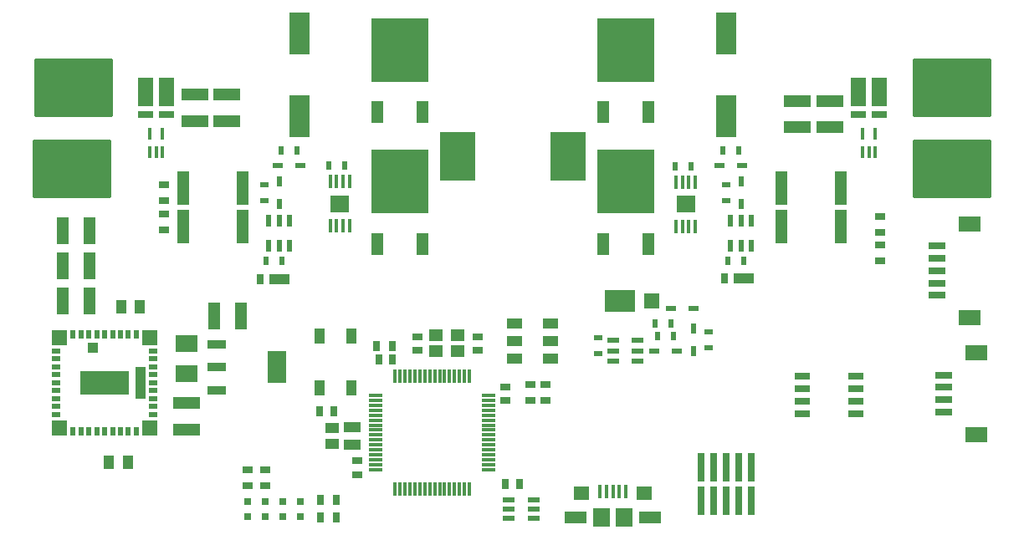
<source format=gtp>
G04*
G04 #@! TF.GenerationSoftware,Altium Limited,Altium Designer,21.0.8 (223)*
G04*
G04 Layer_Color=8421504*
%FSLAX25Y25*%
%MOIN*%
G70*
G04*
G04 #@! TF.SameCoordinates,7C19FEE0-9405-418D-A0C6-2703AC14626A*
G04*
G04*
G04 #@! TF.FilePolarity,Positive*
G04*
G01*
G75*
%ADD14R,0.12205X0.08661*%
%ADD15R,0.05906X0.05984*%
%ADD16R,0.07874X0.04331*%
%ADD17R,0.03150X0.04331*%
%ADD18R,0.01575X0.05315*%
%ADD19R,0.06299X0.05512*%
%ADD20R,0.09055X0.05118*%
%ADD21R,0.07087X0.07480*%
%ADD22R,0.10709X0.04961*%
%ADD23R,0.05886X0.11614*%
%ADD24R,0.05886X0.02756*%
G04:AMPARAMS|DCode=25|XSize=314.96mil|YSize=236.22mil|CornerRadius=11.81mil|HoleSize=0mil|Usage=FLASHONLY|Rotation=0.000|XOffset=0mil|YOffset=0mil|HoleType=Round|Shape=RoundedRectangle|*
%AMROUNDEDRECTD25*
21,1,0.31496,0.21260,0,0,0.0*
21,1,0.29134,0.23622,0,0,0.0*
1,1,0.02362,0.14567,-0.10630*
1,1,0.02362,-0.14567,-0.10630*
1,1,0.02362,-0.14567,0.10630*
1,1,0.02362,0.14567,0.10630*
%
%ADD25ROUNDEDRECTD25*%
%ADD26R,0.02126X0.03701*%
%ADD27R,0.02362X0.04921*%
%ADD28R,0.01968X0.04134*%
%ADD29R,0.03701X0.02126*%
%ADD30R,0.04134X0.01968*%
%ADD31R,0.04921X0.13189*%
%ADD32R,0.13976X0.19291*%
%ADD33R,0.06004X0.02559*%
%ADD34R,0.03937X0.03150*%
%ADD35R,0.03071X0.03858*%
%ADD36R,0.03150X0.03937*%
%ADD37R,0.04724X0.08661*%
%ADD38R,0.22835X0.25197*%
%ADD39R,0.05807X0.01181*%
%ADD40R,0.01181X0.05807*%
%ADD41R,0.07087X0.02756*%
%ADD42R,0.08661X0.06299*%
%ADD43R,0.08465X0.16929*%
%ADD44R,0.01575X0.04724*%
%ADD45R,0.01772X0.05610*%
%ADD46R,0.07402X0.06614*%
%ADD47R,0.04921X0.02362*%
%ADD48R,0.05787X0.04016*%
%ADD49R,0.06496X0.06496*%
%ADD50R,0.01968X0.03740*%
%ADD51R,0.03740X0.01968*%
%ADD52R,0.19685X0.09252*%
%ADD53R,0.04409X0.04134*%
%ADD54R,0.03937X0.12992*%
%ADD55R,0.03858X0.03071*%
%ADD56R,0.03937X0.06102*%
%ADD57R,0.05512X0.04528*%
%ADD58R,0.02559X0.11221*%
%ADD59R,0.07480X0.03543*%
%ADD60R,0.07480X0.12598*%
%ADD61R,0.04528X0.02362*%
%ADD62R,0.07008X0.04016*%
%ADD63R,0.08858X0.06890*%
%ADD64R,0.05118X0.11102*%
%ADD65R,0.11102X0.05118*%
%ADD66R,0.03150X0.03150*%
%ADD67R,0.06299X0.03937*%
%ADD68R,0.04134X0.05512*%
D14*
X237689Y92500D02*
D03*
D15*
X250366D02*
D03*
D16*
X102059Y101000D02*
D03*
X287059Y101500D02*
D03*
D17*
X94579Y101000D02*
D03*
X279579Y101500D02*
D03*
D18*
X240118Y16532D02*
D03*
X229882D02*
D03*
X232441D02*
D03*
X235000D02*
D03*
X237559D02*
D03*
D19*
X222402Y15646D02*
D03*
X247598D02*
D03*
D20*
X220236Y6000D02*
D03*
X249764D02*
D03*
D21*
X230472D02*
D03*
X239528D02*
D03*
D22*
X308500Y161764D02*
D03*
Y172236D02*
D03*
X321500D02*
D03*
Y161764D02*
D03*
X68500Y174736D02*
D03*
Y164264D02*
D03*
X81000Y174736D02*
D03*
Y164264D02*
D03*
D23*
X341146Y175862D02*
D03*
X332854D02*
D03*
X57146D02*
D03*
X48854D02*
D03*
D24*
X341146Y166709D02*
D03*
X332854D02*
D03*
X57146D02*
D03*
X48854D02*
D03*
D25*
X370000Y145000D02*
D03*
X19500D02*
D03*
X20000Y177500D02*
D03*
X370000D02*
D03*
D26*
X96850Y108500D02*
D03*
X103150D02*
D03*
X102850Y152500D02*
D03*
X109150D02*
D03*
X266150Y146000D02*
D03*
X259850D02*
D03*
X128150Y146500D02*
D03*
X121850D02*
D03*
X252850Y78500D02*
D03*
X259150D02*
D03*
X251850Y83500D02*
D03*
X258150D02*
D03*
X280850Y108500D02*
D03*
X287150D02*
D03*
X285150Y152500D02*
D03*
X278850D02*
D03*
D27*
X97866Y114579D02*
D03*
X102000D02*
D03*
X106134D02*
D03*
Y124421D02*
D03*
X102000D02*
D03*
X97866D02*
D03*
X281866Y114579D02*
D03*
X286000D02*
D03*
X290134D02*
D03*
Y124421D02*
D03*
X286000D02*
D03*
X281866D02*
D03*
D28*
X102000Y139980D02*
D03*
Y131020D02*
D03*
X267000Y72520D02*
D03*
Y81480D02*
D03*
X286000Y139980D02*
D03*
Y131020D02*
D03*
D29*
X96000Y138650D02*
D03*
Y132350D02*
D03*
X229000Y71350D02*
D03*
Y77650D02*
D03*
X273000Y80150D02*
D03*
Y73850D02*
D03*
X280000Y138650D02*
D03*
Y132350D02*
D03*
D30*
X110480Y146500D02*
D03*
X101520D02*
D03*
X251520Y72500D02*
D03*
X260480D02*
D03*
X266980Y89500D02*
D03*
X258020D02*
D03*
X277520Y146500D02*
D03*
X286480D02*
D03*
D31*
X63689Y137500D02*
D03*
X87311D02*
D03*
X63689Y122000D02*
D03*
X87311D02*
D03*
X325811Y137500D02*
D03*
X302189D02*
D03*
X325811Y122000D02*
D03*
X302189D02*
D03*
D32*
X217047Y150000D02*
D03*
X172953D02*
D03*
D33*
X331677Y62500D02*
D03*
Y57500D02*
D03*
Y52500D02*
D03*
Y47500D02*
D03*
X310323D02*
D03*
Y52500D02*
D03*
Y57500D02*
D03*
Y62500D02*
D03*
D34*
X341500Y126150D02*
D03*
Y119850D02*
D03*
X56000Y138650D02*
D03*
Y132350D02*
D03*
X341500Y114650D02*
D03*
Y108350D02*
D03*
X56000Y127150D02*
D03*
Y120850D02*
D03*
X208000Y59150D02*
D03*
Y52850D02*
D03*
X202000D02*
D03*
Y59150D02*
D03*
X89500Y25150D02*
D03*
Y18850D02*
D03*
X96500D02*
D03*
Y25150D02*
D03*
D35*
X197756Y19500D02*
D03*
X192244D02*
D03*
X141744Y69000D02*
D03*
X147256D02*
D03*
X118244Y48500D02*
D03*
X123756D02*
D03*
D36*
X147150Y74500D02*
D03*
X140850D02*
D03*
X124650Y13000D02*
D03*
X118350D02*
D03*
Y6000D02*
D03*
X124650D02*
D03*
D37*
X158976Y167697D02*
D03*
X141024D02*
D03*
X248976D02*
D03*
X231024D02*
D03*
X158976Y115197D02*
D03*
X141024D02*
D03*
X248976D02*
D03*
X231024D02*
D03*
D38*
X150000Y192500D02*
D03*
X240000D02*
D03*
X150000Y140000D02*
D03*
X240000D02*
D03*
D39*
X185591Y54764D02*
D03*
Y52795D02*
D03*
Y50827D02*
D03*
Y48858D02*
D03*
X185591Y46890D02*
D03*
X185591Y44921D02*
D03*
Y42953D02*
D03*
Y40984D02*
D03*
Y39016D02*
D03*
Y37047D02*
D03*
Y35079D02*
D03*
X185591Y33110D02*
D03*
X185591Y31142D02*
D03*
Y29173D02*
D03*
Y27205D02*
D03*
Y25236D02*
D03*
X140409D02*
D03*
Y27205D02*
D03*
Y29173D02*
D03*
Y31142D02*
D03*
X140409Y33110D02*
D03*
X140409Y35079D02*
D03*
Y37047D02*
D03*
Y39016D02*
D03*
Y40984D02*
D03*
Y42953D02*
D03*
Y44921D02*
D03*
X140409Y46890D02*
D03*
X140409Y48858D02*
D03*
Y50827D02*
D03*
Y52795D02*
D03*
Y54764D02*
D03*
D40*
X177764Y17410D02*
D03*
X175795D02*
D03*
X173827D02*
D03*
X171858D02*
D03*
X169890Y17409D02*
D03*
X167921Y17410D02*
D03*
X165953D02*
D03*
X163984D02*
D03*
X162016D02*
D03*
X160047D02*
D03*
X158079D02*
D03*
X156110Y17409D02*
D03*
X154142Y17410D02*
D03*
X152173D02*
D03*
X150205D02*
D03*
X148236D02*
D03*
Y62590D02*
D03*
X150205D02*
D03*
X152173D02*
D03*
X154142D02*
D03*
X156110Y62591D02*
D03*
X158079Y62590D02*
D03*
X160047D02*
D03*
X162016D02*
D03*
X163984D02*
D03*
X165953D02*
D03*
X167921D02*
D03*
X169890Y62591D02*
D03*
X171858Y62590D02*
D03*
X173827D02*
D03*
X175795D02*
D03*
X177764D02*
D03*
D41*
X363976Y94657D02*
D03*
Y99579D02*
D03*
Y104500D02*
D03*
Y109421D02*
D03*
Y114342D02*
D03*
X366657Y48118D02*
D03*
Y53039D02*
D03*
Y57961D02*
D03*
Y62882D02*
D03*
D42*
X376969Y123201D02*
D03*
Y85799D02*
D03*
X379650Y71740D02*
D03*
Y39260D02*
D03*
D43*
X280000Y199035D02*
D03*
Y165965D02*
D03*
X110000Y199035D02*
D03*
Y165965D02*
D03*
D44*
X50441Y159240D02*
D03*
X55559D02*
D03*
Y151760D02*
D03*
X53000D02*
D03*
X50441D02*
D03*
X334441Y159240D02*
D03*
X339559D02*
D03*
Y151760D02*
D03*
X337000D02*
D03*
X334441D02*
D03*
D45*
X260161Y122291D02*
D03*
X262720D02*
D03*
X265280D02*
D03*
X267839D02*
D03*
Y139709D02*
D03*
X265280D02*
D03*
X262720D02*
D03*
X260161D02*
D03*
X122382Y122583D02*
D03*
X124941D02*
D03*
X127500D02*
D03*
X130059D02*
D03*
Y140000D02*
D03*
X127500D02*
D03*
X124941D02*
D03*
X122382D02*
D03*
D46*
X264000Y131000D02*
D03*
X126221Y131291D02*
D03*
D47*
X235079Y76634D02*
D03*
Y72500D02*
D03*
Y68366D02*
D03*
X244921D02*
D03*
Y72500D02*
D03*
Y76634D02*
D03*
D48*
X123000Y35350D02*
D03*
Y41650D02*
D03*
D49*
X14488Y41843D02*
D03*
X50512D02*
D03*
Y77866D02*
D03*
X14488D02*
D03*
D50*
X19902Y40465D02*
D03*
X23051D02*
D03*
X26201D02*
D03*
X29350D02*
D03*
X32500D02*
D03*
X35650D02*
D03*
X38799D02*
D03*
X41949D02*
D03*
X45098D02*
D03*
Y79244D02*
D03*
X41949D02*
D03*
X38799D02*
D03*
X35650D02*
D03*
X32500D02*
D03*
X29350D02*
D03*
X26201D02*
D03*
X23051D02*
D03*
X19902D02*
D03*
D51*
X51890Y47256D02*
D03*
Y50406D02*
D03*
Y53555D02*
D03*
Y56705D02*
D03*
Y59854D02*
D03*
Y63004D02*
D03*
Y66154D02*
D03*
Y69303D02*
D03*
Y72453D02*
D03*
X13110D02*
D03*
Y69303D02*
D03*
Y66154D02*
D03*
Y63004D02*
D03*
Y59854D02*
D03*
Y56705D02*
D03*
Y53555D02*
D03*
Y50406D02*
D03*
Y47256D02*
D03*
D52*
X32500Y59854D02*
D03*
D53*
X27827Y73929D02*
D03*
D54*
X46673Y59854D02*
D03*
D55*
X192000Y58256D02*
D03*
Y52744D02*
D03*
X133000Y28756D02*
D03*
Y23244D02*
D03*
X181000Y72744D02*
D03*
Y78256D02*
D03*
X157000D02*
D03*
Y72744D02*
D03*
D56*
X130799Y78335D02*
D03*
Y57665D02*
D03*
X118201Y78335D02*
D03*
Y57665D02*
D03*
D57*
X173231Y78750D02*
D03*
X164569D02*
D03*
Y72450D02*
D03*
X173231D02*
D03*
D58*
X270000Y12905D02*
D03*
Y26094D02*
D03*
X275000Y12905D02*
D03*
Y26094D02*
D03*
X280000Y12905D02*
D03*
Y26094D02*
D03*
X285000Y12905D02*
D03*
Y26094D02*
D03*
X290000Y12905D02*
D03*
Y26094D02*
D03*
D59*
X76992Y75055D02*
D03*
Y66000D02*
D03*
Y56945D02*
D03*
D60*
X101008Y66000D02*
D03*
D61*
X193382Y5760D02*
D03*
Y9500D02*
D03*
Y13240D02*
D03*
X203618D02*
D03*
Y9500D02*
D03*
Y5760D02*
D03*
D62*
X131000Y34996D02*
D03*
Y42004D02*
D03*
D63*
X65000Y63595D02*
D03*
Y75406D02*
D03*
D64*
X26354Y120354D02*
D03*
X15646D02*
D03*
X26354Y106354D02*
D03*
X15646D02*
D03*
X26354Y92354D02*
D03*
X15646D02*
D03*
X86854Y86500D02*
D03*
X76146D02*
D03*
D65*
X65000Y51854D02*
D03*
Y41146D02*
D03*
D66*
X89500Y6547D02*
D03*
Y12453D02*
D03*
X96500Y6547D02*
D03*
Y12453D02*
D03*
X103500Y6547D02*
D03*
Y12453D02*
D03*
X110500Y6547D02*
D03*
Y12453D02*
D03*
D67*
X210283Y69610D02*
D03*
Y76500D02*
D03*
Y83390D02*
D03*
X195717Y69610D02*
D03*
Y76500D02*
D03*
Y83390D02*
D03*
D68*
X46480Y90000D02*
D03*
X39000D02*
D03*
X34260Y28000D02*
D03*
X41740D02*
D03*
M02*

</source>
